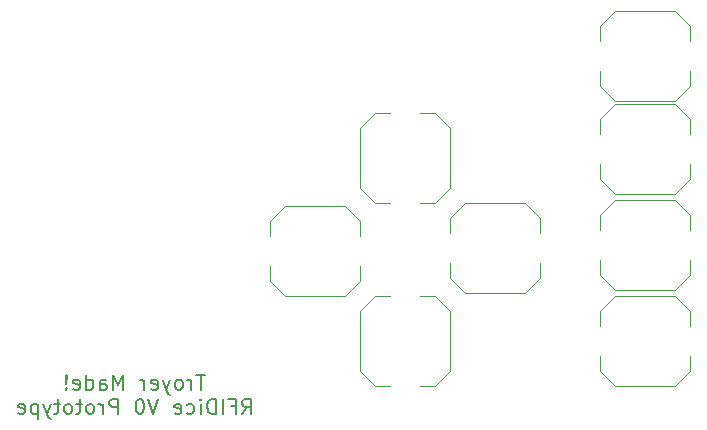
<source format=gbr>
%TF.GenerationSoftware,KiCad,Pcbnew,(6.0.5)*%
%TF.CreationDate,2022-08-05T12:45:28-07:00*%
%TF.ProjectId,RFIDice_V0_revised,52464944-6963-4655-9f56-305f72657669,rev?*%
%TF.SameCoordinates,Original*%
%TF.FileFunction,Legend,Bot*%
%TF.FilePolarity,Positive*%
%FSLAX46Y46*%
G04 Gerber Fmt 4.6, Leading zero omitted, Abs format (unit mm)*
G04 Created by KiCad (PCBNEW (6.0.5)) date 2022-08-05 12:45:28*
%MOMM*%
%LPD*%
G01*
G04 APERTURE LIST*
%ADD10C,0.152400*%
%ADD11C,0.120000*%
G04 APERTURE END LIST*
D10*
X121018904Y-100898173D02*
X120293190Y-100898173D01*
X120656047Y-102168173D02*
X120656047Y-100898173D01*
X119869857Y-102168173D02*
X119869857Y-101321507D01*
X119869857Y-101563411D02*
X119809380Y-101442459D01*
X119748904Y-101381983D01*
X119627952Y-101321507D01*
X119507000Y-101321507D01*
X118902238Y-102168173D02*
X119023190Y-102107697D01*
X119083666Y-102047221D01*
X119144142Y-101926269D01*
X119144142Y-101563411D01*
X119083666Y-101442459D01*
X119023190Y-101381983D01*
X118902238Y-101321507D01*
X118720809Y-101321507D01*
X118599857Y-101381983D01*
X118539380Y-101442459D01*
X118478904Y-101563411D01*
X118478904Y-101926269D01*
X118539380Y-102047221D01*
X118599857Y-102107697D01*
X118720809Y-102168173D01*
X118902238Y-102168173D01*
X118055571Y-101321507D02*
X117753190Y-102168173D01*
X117450809Y-101321507D02*
X117753190Y-102168173D01*
X117874142Y-102470554D01*
X117934619Y-102531030D01*
X118055571Y-102591507D01*
X116483190Y-102107697D02*
X116604142Y-102168173D01*
X116846047Y-102168173D01*
X116967000Y-102107697D01*
X117027476Y-101986745D01*
X117027476Y-101502935D01*
X116967000Y-101381983D01*
X116846047Y-101321507D01*
X116604142Y-101321507D01*
X116483190Y-101381983D01*
X116422714Y-101502935D01*
X116422714Y-101623888D01*
X117027476Y-101744840D01*
X115878428Y-102168173D02*
X115878428Y-101321507D01*
X115878428Y-101563411D02*
X115817952Y-101442459D01*
X115757476Y-101381983D01*
X115636523Y-101321507D01*
X115515571Y-101321507D01*
X114124619Y-102168173D02*
X114124619Y-100898173D01*
X113701285Y-101805316D01*
X113277952Y-100898173D01*
X113277952Y-102168173D01*
X112128904Y-102168173D02*
X112128904Y-101502935D01*
X112189380Y-101381983D01*
X112310333Y-101321507D01*
X112552238Y-101321507D01*
X112673190Y-101381983D01*
X112128904Y-102107697D02*
X112249857Y-102168173D01*
X112552238Y-102168173D01*
X112673190Y-102107697D01*
X112733666Y-101986745D01*
X112733666Y-101865792D01*
X112673190Y-101744840D01*
X112552238Y-101684364D01*
X112249857Y-101684364D01*
X112128904Y-101623888D01*
X110979857Y-102168173D02*
X110979857Y-100898173D01*
X110979857Y-102107697D02*
X111100809Y-102168173D01*
X111342714Y-102168173D01*
X111463666Y-102107697D01*
X111524142Y-102047221D01*
X111584619Y-101926269D01*
X111584619Y-101563411D01*
X111524142Y-101442459D01*
X111463666Y-101381983D01*
X111342714Y-101321507D01*
X111100809Y-101321507D01*
X110979857Y-101381983D01*
X109891285Y-102107697D02*
X110012238Y-102168173D01*
X110254142Y-102168173D01*
X110375095Y-102107697D01*
X110435571Y-101986745D01*
X110435571Y-101502935D01*
X110375095Y-101381983D01*
X110254142Y-101321507D01*
X110012238Y-101321507D01*
X109891285Y-101381983D01*
X109830809Y-101502935D01*
X109830809Y-101623888D01*
X110435571Y-101744840D01*
X109286523Y-102047221D02*
X109226047Y-102107697D01*
X109286523Y-102168173D01*
X109347000Y-102107697D01*
X109286523Y-102047221D01*
X109286523Y-102168173D01*
X109286523Y-101684364D02*
X109347000Y-100958650D01*
X109286523Y-100898173D01*
X109226047Y-100958650D01*
X109286523Y-101684364D01*
X109286523Y-100898173D01*
X124163666Y-104212873D02*
X124587000Y-103608111D01*
X124889380Y-104212873D02*
X124889380Y-102942873D01*
X124405571Y-102942873D01*
X124284619Y-103003350D01*
X124224142Y-103063826D01*
X124163666Y-103184778D01*
X124163666Y-103366207D01*
X124224142Y-103487159D01*
X124284619Y-103547635D01*
X124405571Y-103608111D01*
X124889380Y-103608111D01*
X123196047Y-103547635D02*
X123619380Y-103547635D01*
X123619380Y-104212873D02*
X123619380Y-102942873D01*
X123014619Y-102942873D01*
X122530809Y-104212873D02*
X122530809Y-102942873D01*
X121926047Y-104212873D02*
X121926047Y-102942873D01*
X121623666Y-102942873D01*
X121442238Y-103003350D01*
X121321285Y-103124302D01*
X121260809Y-103245254D01*
X121200333Y-103487159D01*
X121200333Y-103668588D01*
X121260809Y-103910492D01*
X121321285Y-104031445D01*
X121442238Y-104152397D01*
X121623666Y-104212873D01*
X121926047Y-104212873D01*
X120656047Y-104212873D02*
X120656047Y-103366207D01*
X120656047Y-102942873D02*
X120716523Y-103003350D01*
X120656047Y-103063826D01*
X120595571Y-103003350D01*
X120656047Y-102942873D01*
X120656047Y-103063826D01*
X119507000Y-104152397D02*
X119627952Y-104212873D01*
X119869857Y-104212873D01*
X119990809Y-104152397D01*
X120051285Y-104091921D01*
X120111761Y-103970969D01*
X120111761Y-103608111D01*
X120051285Y-103487159D01*
X119990809Y-103426683D01*
X119869857Y-103366207D01*
X119627952Y-103366207D01*
X119507000Y-103426683D01*
X118478904Y-104152397D02*
X118599857Y-104212873D01*
X118841761Y-104212873D01*
X118962714Y-104152397D01*
X119023190Y-104031445D01*
X119023190Y-103547635D01*
X118962714Y-103426683D01*
X118841761Y-103366207D01*
X118599857Y-103366207D01*
X118478904Y-103426683D01*
X118418428Y-103547635D01*
X118418428Y-103668588D01*
X119023190Y-103789540D01*
X117087952Y-102942873D02*
X116664619Y-104212873D01*
X116241285Y-102942873D01*
X115576047Y-102942873D02*
X115455095Y-102942873D01*
X115334142Y-103003350D01*
X115273666Y-103063826D01*
X115213190Y-103184778D01*
X115152714Y-103426683D01*
X115152714Y-103729064D01*
X115213190Y-103970969D01*
X115273666Y-104091921D01*
X115334142Y-104152397D01*
X115455095Y-104212873D01*
X115576047Y-104212873D01*
X115696999Y-104152397D01*
X115757476Y-104091921D01*
X115817952Y-103970969D01*
X115878428Y-103729064D01*
X115878428Y-103426683D01*
X115817952Y-103184778D01*
X115757476Y-103063826D01*
X115696999Y-103003350D01*
X115576047Y-102942873D01*
X113640809Y-104212873D02*
X113640809Y-102942873D01*
X113156999Y-102942873D01*
X113036047Y-103003350D01*
X112975571Y-103063826D01*
X112915095Y-103184778D01*
X112915095Y-103366207D01*
X112975571Y-103487159D01*
X113036047Y-103547635D01*
X113156999Y-103608111D01*
X113640809Y-103608111D01*
X112370809Y-104212873D02*
X112370809Y-103366207D01*
X112370809Y-103608111D02*
X112310333Y-103487159D01*
X112249857Y-103426683D01*
X112128904Y-103366207D01*
X112007952Y-103366207D01*
X111403190Y-104212873D02*
X111524142Y-104152397D01*
X111584619Y-104091921D01*
X111645095Y-103970969D01*
X111645095Y-103608111D01*
X111584619Y-103487159D01*
X111524142Y-103426683D01*
X111403190Y-103366207D01*
X111221761Y-103366207D01*
X111100809Y-103426683D01*
X111040333Y-103487159D01*
X110979857Y-103608111D01*
X110979857Y-103970969D01*
X111040333Y-104091921D01*
X111100809Y-104152397D01*
X111221761Y-104212873D01*
X111403190Y-104212873D01*
X110616999Y-103366207D02*
X110133190Y-103366207D01*
X110435571Y-102942873D02*
X110435571Y-104031445D01*
X110375095Y-104152397D01*
X110254142Y-104212873D01*
X110133190Y-104212873D01*
X109528428Y-104212873D02*
X109649380Y-104152397D01*
X109709857Y-104091921D01*
X109770333Y-103970969D01*
X109770333Y-103608111D01*
X109709857Y-103487159D01*
X109649380Y-103426683D01*
X109528428Y-103366207D01*
X109346999Y-103366207D01*
X109226047Y-103426683D01*
X109165571Y-103487159D01*
X109105095Y-103608111D01*
X109105095Y-103970969D01*
X109165571Y-104091921D01*
X109226047Y-104152397D01*
X109346999Y-104212873D01*
X109528428Y-104212873D01*
X108742238Y-103366207D02*
X108258428Y-103366207D01*
X108560809Y-102942873D02*
X108560809Y-104031445D01*
X108500333Y-104152397D01*
X108379380Y-104212873D01*
X108258428Y-104212873D01*
X107956047Y-103366207D02*
X107653666Y-104212873D01*
X107351285Y-103366207D02*
X107653666Y-104212873D01*
X107774619Y-104515254D01*
X107835095Y-104575730D01*
X107956047Y-104636207D01*
X106867476Y-103366207D02*
X106867476Y-104636207D01*
X106867476Y-103426683D02*
X106746523Y-103366207D01*
X106504619Y-103366207D01*
X106383666Y-103426683D01*
X106323190Y-103487159D01*
X106262714Y-103608111D01*
X106262714Y-103970969D01*
X106323190Y-104091921D01*
X106383666Y-104152397D01*
X106504619Y-104212873D01*
X106746523Y-104212873D01*
X106867476Y-104152397D01*
X105234619Y-104152397D02*
X105355571Y-104212873D01*
X105597476Y-104212873D01*
X105718428Y-104152397D01*
X105778904Y-104031445D01*
X105778904Y-103547635D01*
X105718428Y-103426683D01*
X105597476Y-103366207D01*
X105355571Y-103366207D01*
X105234619Y-103426683D01*
X105174142Y-103547635D01*
X105174142Y-103668588D01*
X105778904Y-103789540D01*
D11*
%TO.C,SW8*%
X162052000Y-84328000D02*
X162052000Y-83058000D01*
X155702000Y-85598000D02*
X160782000Y-85598000D01*
X155702000Y-77978000D02*
X154432000Y-79248000D01*
X162052000Y-80518000D02*
X162052000Y-79248000D01*
X154432000Y-79248000D02*
X154432000Y-80518000D01*
X160782000Y-77978000D02*
X162052000Y-79248000D01*
X160782000Y-77978000D02*
X155702000Y-77978000D01*
X154432000Y-84328000D02*
X155702000Y-85598000D01*
X160782000Y-85598000D02*
X162052000Y-84328000D01*
X154432000Y-83058000D02*
X154432000Y-84328000D01*
%TO.C,SW4*%
X140462000Y-94234000D02*
X139192000Y-94234000D01*
X136652000Y-94234000D02*
X135382000Y-94234000D01*
X134112000Y-95504000D02*
X134112000Y-100584000D01*
X135382000Y-101854000D02*
X136652000Y-101854000D01*
X141732000Y-95504000D02*
X140462000Y-94234000D01*
X134112000Y-95504000D02*
X135382000Y-94234000D01*
X140462000Y-101854000D02*
X141732000Y-100584000D01*
X139192000Y-101854000D02*
X140462000Y-101854000D01*
X141732000Y-100584000D02*
X141732000Y-95504000D01*
X134112000Y-100584000D02*
X135382000Y-101854000D01*
%TO.C,SW6*%
X160782000Y-94234000D02*
X162052000Y-95504000D01*
X154432000Y-100584000D02*
X155702000Y-101854000D01*
X162052000Y-96774000D02*
X162052000Y-95504000D01*
X155702000Y-94234000D02*
X154432000Y-95504000D01*
X155702000Y-101854000D02*
X160782000Y-101854000D01*
X154432000Y-99314000D02*
X154432000Y-100584000D01*
X154432000Y-95504000D02*
X154432000Y-96774000D01*
X162052000Y-100584000D02*
X162052000Y-99314000D01*
X160782000Y-94234000D02*
X155702000Y-94234000D01*
X160782000Y-101854000D02*
X162052000Y-100584000D01*
%TO.C,SW9*%
X160782000Y-70104000D02*
X155702000Y-70104000D01*
X154432000Y-76454000D02*
X155702000Y-77724000D01*
X162052000Y-72644000D02*
X162052000Y-71374000D01*
X160782000Y-77724000D02*
X162052000Y-76454000D01*
X154432000Y-75184000D02*
X154432000Y-76454000D01*
X155702000Y-77724000D02*
X160782000Y-77724000D01*
X162052000Y-76454000D02*
X162052000Y-75184000D01*
X154432000Y-71374000D02*
X154432000Y-72644000D01*
X160782000Y-70104000D02*
X162052000Y-71374000D01*
X155702000Y-70104000D02*
X154432000Y-71374000D01*
%TO.C,SW5*%
X149352000Y-92710000D02*
X149352000Y-91440000D01*
X143002000Y-86360000D02*
X141732000Y-87630000D01*
X149352000Y-87630000D02*
X148082000Y-86360000D01*
X148082000Y-86360000D02*
X143002000Y-86360000D01*
X148082000Y-93980000D02*
X149352000Y-92710000D01*
X141732000Y-91440000D02*
X141732000Y-92710000D01*
X143002000Y-93980000D02*
X141732000Y-92710000D01*
X141732000Y-87630000D02*
X141732000Y-88900000D01*
X143002000Y-93980000D02*
X148082000Y-93980000D01*
X149352000Y-88900000D02*
X149352000Y-87630000D01*
%TO.C,SW2*%
X140462000Y-78740000D02*
X139192000Y-78740000D01*
X139192000Y-86360000D02*
X140462000Y-86360000D01*
X141732000Y-80010000D02*
X140462000Y-78740000D01*
X141732000Y-85090000D02*
X140462000Y-86360000D01*
X134112000Y-80010000D02*
X134112000Y-85090000D01*
X134112000Y-85090000D02*
X135382000Y-86360000D01*
X136652000Y-78740000D02*
X135382000Y-78740000D01*
X141732000Y-85090000D02*
X141732000Y-80010000D01*
X135382000Y-86360000D02*
X136652000Y-86360000D01*
X135382000Y-78740000D02*
X134112000Y-80010000D01*
%TO.C,SW7*%
X154432000Y-91186000D02*
X154432000Y-92456000D01*
X154432000Y-92456000D02*
X155702000Y-93726000D01*
X155702000Y-93726000D02*
X160782000Y-93726000D01*
X160782000Y-86106000D02*
X155702000Y-86106000D01*
X154432000Y-87376000D02*
X154432000Y-88646000D01*
X160782000Y-86106000D02*
X162052000Y-87376000D01*
X160782000Y-93726000D02*
X162052000Y-92456000D01*
X162052000Y-92456000D02*
X162052000Y-91186000D01*
X162052000Y-88646000D02*
X162052000Y-87376000D01*
X155702000Y-86106000D02*
X154432000Y-87376000D01*
%TO.C,SW3*%
X134112000Y-92964000D02*
X134112000Y-91694000D01*
X126492000Y-91694000D02*
X126492000Y-92964000D01*
X126492000Y-92964000D02*
X127762000Y-94234000D01*
X132842000Y-86614000D02*
X127762000Y-86614000D01*
X127762000Y-94234000D02*
X132842000Y-94234000D01*
X134112000Y-89154000D02*
X134112000Y-87884000D01*
X126492000Y-87884000D02*
X126492000Y-89154000D01*
X127762000Y-86614000D02*
X126492000Y-87884000D01*
X132842000Y-86614000D02*
X134112000Y-87884000D01*
X132842000Y-94234000D02*
X134112000Y-92964000D01*
%TD*%
M02*

</source>
